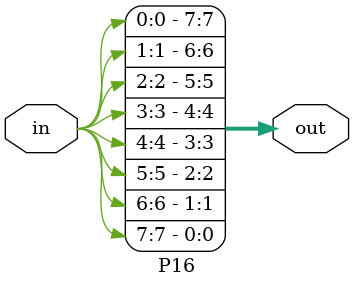
<source format=v>
module P16 (
    input  wire [7:0] in,  // 8-bit 输入信号
    output wire [7:0] out  // 8-bit 按位翻转后的输出信号
);

  // 使用单目操作符简化翻转
  assign out = {in[0], in[1], in[2], in[3], in[4], in[5], in[6], in[7]};

endmodule

</source>
